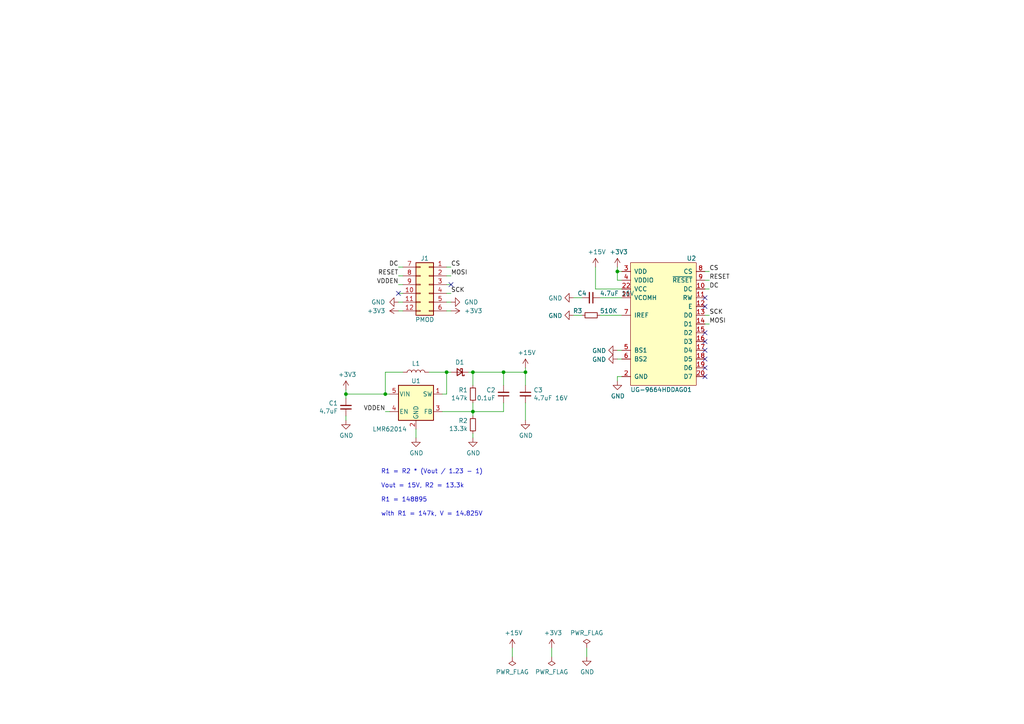
<source format=kicad_sch>
(kicad_sch (version 20230121) (generator eeschema)
  (paper "A4")
  (lib_symbols
    (symbol "Connector_Generic:Conn_02x06_Top_Bottom" (pin_names (offset 1.016) hide)
      (property "Reference" "J" (at 1.27 7.62 0))
      (property "Value" "Conn_02x06_Top_Bottom" (at 1.27 -10.16 0))
      (symbol "Conn_02x06_Top_Bottom_1_1"
        (rectangle (start -1.27 -7.493) (end 0 -7.747) (stroke (width 0.1524)))
        (rectangle (start -1.27 -4.953) (end 0 -5.207) (stroke (width 0.1524)))
        (rectangle (start -1.27 -2.413) (end 0 -2.667) (stroke (width 0.1524)))
        (rectangle (start -1.27 0.127) (end 0 -0.127) (stroke (width 0.1524)))
        (rectangle (start -1.27 2.667) (end 0 2.413) (stroke (width 0.1524)))
        (rectangle (start -1.27 5.207) (end 0 4.953) (stroke (width 0.1524)))
        (rectangle (start -1.27 6.35) (end 3.81 -8.89) (stroke (width 0.254)) (fill (type background)))
        (rectangle (start 3.81 -7.493) (end 2.54 -7.747) (stroke (width 0.1524)))
        (rectangle (start 3.81 -4.953) (end 2.54 -5.207) (stroke (width 0.1524)))
        (rectangle (start 3.81 -2.413) (end 2.54 -2.667) (stroke (width 0.1524)))
        (rectangle (start 3.81 0.127) (end 2.54 -0.127) (stroke (width 0.1524)))
        (rectangle (start 3.81 2.667) (end 2.54 2.413) (stroke (width 0.1524)))
        (rectangle (start 3.81 5.207) (end 2.54 4.953) (stroke (width 0.1524)))
        (pin passive line (at -5.08 5.08 0) (length 3.81) (name "Pin_1") (number "1"))
        (pin passive line (at 7.62 -2.54 180) (length 3.81) (name "Pin_10") (number "10"))
        (pin passive line (at 7.62 -5.08 180) (length 3.81) (name "Pin_11") (number "11"))
        (pin passive line (at 7.62 -7.62 180) (length 3.81) (name "Pin_12") (number "12"))
        (pin passive line (at -5.08 2.54 0) (length 3.81) (name "Pin_2") (number "2"))
        (pin passive line (at -5.08 0 0) (length 3.81) (name "Pin_3") (number "3"))
        (pin passive line (at -5.08 -2.54 0) (length 3.81) (name "Pin_4") (number "4"))
        (pin passive line (at -5.08 -5.08 0) (length 3.81) (name "Pin_5") (number "5"))
        (pin passive line (at -5.08 -7.62 0) (length 3.81) (name "Pin_6") (number "6"))
        (pin passive line (at 7.62 5.08 180) (length 3.81) (name "Pin_7") (number "7"))
        (pin passive line (at 7.62 2.54 180) (length 3.81) (name "Pin_8") (number "8"))
        (pin passive line (at 7.62 0 180) (length 3.81) (name "Pin_9") (number "9"))
      )
    )
    (symbol "Device:C_Small" (pin_numbers hide) (pin_names (offset 0.254) hide)
      (property "Reference" "C" (at 0.254 1.778 0))
      (property "Value" "C_Small" (at 0.254 -2.032 0))
      (symbol "C_Small_0_1"
        (polyline (pts (xy -1.524 -0.508) (xy 1.524 -0.508)) (stroke (width 0.3302)))
        (polyline (pts (xy -1.524 0.508) (xy 1.524 0.508)) (stroke (width 0.3048)))
      )
      (symbol "C_Small_1_1"
        (pin passive line (at 0 2.54 270) (length 2.032) (name "~") (number "1"))
        (pin passive line (at 0 -2.54 90) (length 2.032) (name "~") (number "2"))
      )
    )
    (symbol "Device:D_Schottky_Small" (pin_numbers hide) (pin_names (offset 0.254) hide)
      (property "Reference" "D" (at -1.27 2.032 0))
      (property "Value" "D_Schottky_Small" (at -7.112 -2.032 0))
      (symbol "D_Schottky_Small_0_1"
        (polyline (pts (xy -0.762 0) (xy 0.762 0)))
        (polyline (pts (xy 0.762 -1.016) (xy -0.762 0) (xy 0.762 1.016) (xy 0.762 -1.016)) (stroke (width 0.254)))
        (polyline (pts (xy -1.27 0.762) (xy -1.27 1.016) (xy -0.762 1.016) (xy -0.762 -1.016) (xy -0.254 -1.016) (xy -0.254 -0.762)) (stroke (width 0.254)))
      )
      (symbol "D_Schottky_Small_1_1"
        (pin passive line (at -2.54 0 0) (length 1.778) (name "K") (number "1"))
        (pin passive line (at 2.54 0 180) (length 1.778) (name "A") (number "2"))
      )
    )
    (symbol "Device:L" (pin_numbers hide) (pin_names (offset 1.016) hide)
      (property "Reference" "L" (at -1.27 0 90))
      (property "Value" "L" (at 1.905 0 90))
      (symbol "L_0_1"
        (arc (start 0 -2.54) (mid 0.6323 -1.905) (end 0 -1.27))
        (arc (start 0 -1.27) (mid 0.6323 -0.635) (end 0 0))
        (arc (start 0 0) (mid 0.6323 0.635) (end 0 1.27))
        (arc (start 0 1.27) (mid 0.6323 1.905) (end 0 2.54))
      )
      (symbol "L_1_1"
        (pin passive line (at 0 3.81 270) (length 1.27) (name "1") (number "1"))
        (pin passive line (at 0 -3.81 90) (length 1.27) (name "2") (number "2"))
      )
    )
    (symbol "Device:R_Small" (pin_numbers hide) (pin_names (offset 0.254) hide)
      (property "Reference" "R" (at 0.762 0.508 0))
      (property "Value" "R_Small" (at 0.762 -1.016 0))
      (symbol "R_Small_0_1"
        (rectangle (start -0.762 1.778) (end 0.762 -1.778) (stroke (width 0.2032)))
      )
      (symbol "R_Small_1_1"
        (pin passive line (at 0 2.54 270) (length 0.762) (name "~") (number "1"))
        (pin passive line (at 0 -2.54 90) (length 0.762) (name "~") (number "2"))
      )
    )
    (symbol "Display_Graphic_Extra:UG-9664HDDAG01" (pin_names (offset 1.016))
      (property "Reference" "U" (at 10.16 19.05 0))
      (property "Value" "UG-9664HDDAG01" (at 0 -19.05 0))
      (symbol "UG-9664HDDAG01_0_1"
        (rectangle (start -8.89 17.78) (end 10.16 -17.78) (fill (type background)))
      )
      (symbol "UG-9664HDDAG01_1_1"
        (pin no_connect line (at -11.43 -1.27 0) (length 2.54) hide (name "~") (number "1"))
        (pin input line (at 12.7 10.16 180) (length 2.54) (name "DC") (number "10"))
        (pin bidirectional line (at 12.7 7.62 180) (length 2.54) (name "RW") (number "11"))
        (pin bidirectional line (at 12.7 5.08 180) (length 2.54) (name "E") (number "12"))
        (pin bidirectional line (at 12.7 2.54 180) (length 2.54) (name "D0") (number "13"))
        (pin bidirectional line (at 12.7 0 180) (length 2.54) (name "D1") (number "14"))
        (pin bidirectional line (at 12.7 -2.54 180) (length 2.54) (name "D2") (number "15"))
        (pin bidirectional line (at 12.7 -5.08 180) (length 2.54) (name "D3") (number "16"))
        (pin bidirectional line (at 12.7 -7.62 180) (length 2.54) (name "D4") (number "17"))
        (pin bidirectional line (at 12.7 -10.16 180) (length 2.54) (name "D5") (number "18"))
        (pin bidirectional line (at 12.7 -12.7 180) (length 2.54) (name "D6") (number "19"))
        (pin power_in line (at -11.43 -15.24 0) (length 2.54) (name "GND") (number "2"))
        (pin bidirectional line (at 12.7 -15.24 180) (length 2.54) (name "D7") (number "20"))
        (pin input line (at -11.43 7.62 0) (length 2.54) (name "VCOMH") (number "21"))
        (pin power_in line (at -11.43 10.16 0) (length 2.54) (name "VCC") (number "22"))
        (pin no_connect line (at -11.43 -3.81 0) (length 2.54) hide (name "~") (number "23"))
        (pin power_in line (at -11.43 15.24 0) (length 2.54) (name "VDD") (number "3"))
        (pin power_in line (at -11.43 12.7 0) (length 2.54) (name "VDDIO") (number "4"))
        (pin input line (at -11.43 -7.62 0) (length 2.54) (name "BS1") (number "5"))
        (pin input line (at -11.43 -10.16 0) (length 2.54) (name "BS2") (number "6"))
        (pin bidirectional line (at -11.43 2.54 0) (length 2.54) (name "IREF") (number "7"))
        (pin input line (at 12.7 15.24 180) (length 2.54) (name "CS") (number "8"))
        (pin input line (at 12.7 12.7 180) (length 2.54) (name "~{RESET}") (number "9"))
      )
    )
    (symbol "Regulator_Switching:LMR62014XMF" (pin_names (offset 0.254))
      (property "Reference" "U" (at -5.08 6.35 0))
      (property "Value" "LMR62014XMF" (at 0 6.35 0))
      (symbol "LMR62014XMF_0_1"
        (rectangle (start -5.08 5.08) (end 5.08 -5.08) (stroke (width 0.254)) (fill (type background)))
      )
      (symbol "LMR62014XMF_1_1"
        (pin output line (at 7.62 2.54 180) (length 2.54) (name "SW") (number "1"))
        (pin power_in line (at 0 -7.62 90) (length 2.54) (name "GND") (number "2"))
        (pin input line (at 7.62 -2.54 180) (length 2.54) (name "FB") (number "3"))
        (pin input line (at -7.62 -2.54 0) (length 2.54) (name "EN") (number "4"))
        (pin input line (at -7.62 2.54 0) (length 2.54) (name "VIN") (number "5"))
      )
    )
    (symbol "power:+15V" (power) (pin_names (offset 0))
      (property "Value" "+15V" (at 0 3.556 0))
      (symbol "+15V_0_1"
        (polyline (pts (xy -0.762 1.27) (xy 0 2.54)))
        (polyline (pts (xy 0 0) (xy 0 2.54)))
        (polyline (pts (xy 0 2.54) (xy 0.762 1.27)))
      )
      (symbol "+15V_1_1"
        (pin power_in line (at 0 0 90) (length 0) hide (name "+15V") (number "1"))
      )
    )
    (symbol "power:+3V3" (power) (pin_names (offset 0))
      (property "Value" "+3V3" (at 0 3.556 0))
      (symbol "+3V3_0_1"
        (polyline (pts (xy -0.762 1.27) (xy 0 2.54)))
        (polyline (pts (xy 0 0) (xy 0 2.54)))
        (polyline (pts (xy 0 2.54) (xy 0.762 1.27)))
      )
      (symbol "+3V3_1_1"
        (pin power_in line (at 0 0 90) (length 0) hide (name "+3V3") (number "1"))
      )
    )
    (symbol "power:GND" (power) (pin_names (offset 0))
      (property "Value" "GND" (at 0 -3.81 0))
      (symbol "GND_0_1"
        (polyline (pts (xy 0 0) (xy 0 -1.27) (xy 1.27 -1.27) (xy 0 -2.54) (xy -1.27 -1.27) (xy 0 -1.27)))
      )
      (symbol "GND_1_1"
        (pin power_in line (at 0 0 270) (length 0) hide (name "GND") (number "1"))
      )
    )
    (symbol "power:PWR_FLAG" (power) (pin_numbers hide) (pin_names (offset 0) hide)
      (property "Value" "PWR_FLAG" (at 0 3.81 0))
      (symbol "PWR_FLAG_0_0"
        (pin power_out line (at 0 0 90) (length 0) (name "pwr") (number "1"))
      )
      (symbol "PWR_FLAG_0_1"
        (polyline (pts (xy 0 0) (xy 0 1.27) (xy -1.016 1.905) (xy 0 2.54) (xy 1.016 1.905) (xy 0 1.27)))
      )
    )
    (symbol "rgb_oled_0.95in-rescue:+3.3V-power" (power) (pin_names (offset 0))
      (property "Value" "+3.3V-power" (at 0 3.556 0))
      (symbol "+3.3V-power_0_1"
        (polyline (pts (xy -0.762 1.27) (xy 0 2.54)))
        (polyline (pts (xy 0 0) (xy 0 2.54)))
        (polyline (pts (xy 0 2.54) (xy 0.762 1.27)))
      )
      (symbol "+3.3V-power_1_1"
        (pin power_in line (at 0 0 90) (length 0) hide (name "+3V3") (number "1"))
      )
    )
  )
  (junction (at 129.54 107.95))
  (junction (at 146.05 107.95))
  (junction (at 137.16 119.38))
  (junction (at 179.07 78.74))
  (junction (at 137.16 107.95))
  (junction (at 111.76 114.3))
  (junction (at 152.4 107.95))
  (junction (at 100.33 114.3))
  (no_connect (at 204.47 104.14))
  (no_connect (at 204.47 88.9))
  (no_connect (at 204.47 99.06))
  (no_connect (at 204.47 101.6))
  (no_connect (at 204.47 106.68))
  (no_connect (at 204.47 109.22))
  (no_connect (at 204.47 96.52))
  (no_connect (at 130.81 82.55))
  (no_connect (at 204.47 86.36))
  (no_connect (at 115.57 85.09))
  (wire (pts (xy 129.54 77.47) (xy 130.81 77.47)))
  (wire (pts (xy 160.02 187.96) (xy 160.02 190.5)))
  (wire (pts (xy 146.05 111.76) (xy 146.05 107.95)))
  (wire (pts (xy 204.47 83.82) (xy 205.74 83.82)))
  (wire (pts (xy 100.33 114.3) (xy 100.33 115.57)))
  (wire (pts (xy 148.59 187.96) (xy 148.59 190.5)))
  (wire (pts (xy 179.07 81.28) (xy 179.07 78.74)))
  (wire (pts (xy 129.54 85.09) (xy 130.81 85.09)))
  (wire (pts (xy 129.54 82.55) (xy 130.81 82.55)))
  (wire (pts (xy 116.84 82.55) (xy 115.57 82.55)))
  (wire (pts (xy 116.84 85.09) (xy 115.57 85.09)))
  (wire (pts (xy 180.34 104.14) (xy 179.07 104.14)))
  (wire (pts (xy 124.46 107.95) (xy 129.54 107.95)))
  (wire (pts (xy 120.65 124.46) (xy 120.65 127)))
  (wire (pts (xy 137.16 116.84) (xy 137.16 119.38)))
  (wire (pts (xy 116.84 90.17) (xy 115.57 90.17)))
  (wire (pts (xy 137.16 107.95) (xy 146.05 107.95)))
  (wire (pts (xy 128.27 119.38) (xy 137.16 119.38)))
  (wire (pts (xy 137.16 119.38) (xy 137.16 120.65)))
  (wire (pts (xy 129.54 90.17) (xy 130.81 90.17)))
  (wire (pts (xy 137.16 125.73) (xy 137.16 127)))
  (wire (pts (xy 111.76 107.95) (xy 116.84 107.95)))
  (wire (pts (xy 116.84 77.47) (xy 115.57 77.47)))
  (wire (pts (xy 168.91 91.44) (xy 166.37 91.44)))
  (wire (pts (xy 180.34 109.22) (xy 179.07 109.22)))
  (wire (pts (xy 179.07 78.74) (xy 179.07 77.47)))
  (wire (pts (xy 146.05 107.95) (xy 152.4 107.95)))
  (wire (pts (xy 111.76 114.3) (xy 100.33 114.3)))
  (wire (pts (xy 116.84 87.63) (xy 115.57 87.63)))
  (wire (pts (xy 172.72 77.47) (xy 172.72 83.82)))
  (wire (pts (xy 100.33 120.65) (xy 100.33 121.92)))
  (wire (pts (xy 168.91 86.36) (xy 166.37 86.36)))
  (wire (pts (xy 113.03 114.3) (xy 111.76 114.3)))
  (wire (pts (xy 111.76 114.3) (xy 111.76 107.95)))
  (wire (pts (xy 204.47 81.28) (xy 205.74 81.28)))
  (wire (pts (xy 152.4 107.95) (xy 152.4 111.76)))
  (wire (pts (xy 129.54 80.01) (xy 130.81 80.01)))
  (wire (pts (xy 204.47 78.74) (xy 205.74 78.74)))
  (wire (pts (xy 129.54 87.63) (xy 130.81 87.63)))
  (wire (pts (xy 204.47 91.44) (xy 205.74 91.44)))
  (wire (pts (xy 137.16 119.38) (xy 146.05 119.38)))
  (wire (pts (xy 113.03 119.38) (xy 111.76 119.38)))
  (wire (pts (xy 180.34 86.36) (xy 173.99 86.36)))
  (wire (pts (xy 180.34 101.6) (xy 179.07 101.6)))
  (wire (pts (xy 100.33 114.3) (xy 100.33 113.03)))
  (wire (pts (xy 170.18 190.5) (xy 170.18 187.96)))
  (wire (pts (xy 180.34 91.44) (xy 173.99 91.44)))
  (wire (pts (xy 152.4 116.84) (xy 152.4 121.92)))
  (wire (pts (xy 152.4 107.95) (xy 152.4 106.68)))
  (wire (pts (xy 129.54 114.3) (xy 129.54 107.95)))
  (wire (pts (xy 204.47 93.98) (xy 205.74 93.98)))
  (wire (pts (xy 137.16 107.95) (xy 137.16 111.76)))
  (wire (pts (xy 180.34 81.28) (xy 179.07 81.28)))
  (wire (pts (xy 129.54 107.95) (xy 130.81 107.95)))
  (wire (pts (xy 180.34 78.74) (xy 179.07 78.74)))
  (wire (pts (xy 146.05 119.38) (xy 146.05 116.84)))
  (wire (pts (xy 116.84 80.01) (xy 115.57 80.01)))
  (wire (pts (xy 128.27 114.3) (xy 129.54 114.3)))
  (wire (pts (xy 172.72 83.82) (xy 180.34 83.82)))
  (wire (pts (xy 179.07 109.22) (xy 179.07 110.49)))
  (wire (pts (xy 135.89 107.95) (xy 137.16 107.95)))
  (text "R1 = R2 * (Vout / 1.23 - 1)\n\nVout = 15V, R2 = 13.3k\n\nR1 = 148895\n\nwith R1 = 147k, V = 14.825V\n" (at 110.49 149.86 0) (effects (font (size 1.27 1.27)) (justify left bottom)))
  (label "DC" (at 115.57 77.47 180))
  (label "RESET" (at 205.74 81.28 0))
  (label "MOSI" (at 205.74 93.98 0))
  (label "RESET" (at 115.57 80.01 180))
  (label "SCK" (at 130.81 85.09 0))
  (label "DC" (at 205.74 83.82 0))
  (label "CS" (at 205.74 78.74 0))
  (label "MOSI" (at 130.81 80.01 0))
  (label "VDDEN" (at 115.57 82.55 180))
  (label "CS" (at 130.81 77.47 0))
  (label "SCK" (at 205.74 91.44 0))
  (label "VDDEN" (at 111.76 119.38 180))
  (symbol (lib_id "Connector_Generic:Conn_02x06_Top_Bottom") (at 124.46 82.55 0) (mirror y) (unit 1)
    (property "Reference" "J1" (at 123.19 74.93 0))
    (property "Value" "PMOD" (at 123.19 92.71 0))
    (property "Footprint" "Connector_PinHeader_2.54mm_Extra:PMODHeader_2x06_P2.54mm_Horizontal" (effects hide))
  )
  (symbol (lib_id "power:GND") (at 130.81 87.63 90) (unit 1)
    (property "Reference" "#PWR06" (effects hide))
    (property "Value" "GND" (at 134.62 87.63 90) (effects (justify right)))
  )
  (symbol (lib_id "power:GND") (at 115.57 87.63 270) (unit 1)
    (property "Reference" "#PWR03" (effects hide))
    (property "Value" "GND" (at 111.76 87.63 90) (effects (justify right)))
  )
  (symbol (lib_id "power:+3V3") (at 130.81 90.17 270) (unit 1)
    (property "Reference" "#PWR07" (effects hide))
    (property "Value" "+3V3" (at 134.62 90.17 90) (effects (justify left)))
  )
  (symbol (lib_id "power:+3V3") (at 115.57 90.17 90) (unit 1)
    (property "Reference" "#PWR04" (effects hide))
    (property "Value" "+3V3" (at 111.76 90.17 90) (effects (justify left)))
  )
  (symbol (lib_id "Regulator_Switching:LMR62014XMF") (at 120.65 116.84 0) (unit 1)
    (property "Reference" "U1" (at 120.65 110.49 0))
    (property "Value" "LMR62014" (at 113.03 124.46 0))
    (property "Footprint" "Package_TO_SOT_SMD:SOT-23-5" (effects hide))
    (property "Datasheet" "http://www.ti.com/lit/ds/symlink/lmr62014.pdf" (effects hide))
  )
  (symbol (lib_id "power:GND") (at 120.65 127 0) (unit 1)
    (property "Reference" "#PWR05" (effects hide))
    (property "Value" "GND" (at 120.777 131.3942 0))
  )
  (symbol (lib_id "rgb_oled_0.95in-rescue:+3.3V-power") (at 100.33 113.03 0) (unit 1)
    (property "Reference" "#PWR01" (effects hide))
    (property "Value" "+3.3V" (at 100.711 108.6358 0))
  )
  (symbol (lib_id "Device:C_Small") (at 100.33 118.11 0) (mirror x) (unit 1)
    (property "Reference" "C1" (at 98.0186 116.9416 0) (effects (justify right)))
    (property "Value" "4.7uF" (at 98.0186 119.253 0) (effects (justify right)))
    (property "Footprint" "Capacitor_SMD:C_0603_1608Metric" (effects hide))
  )
  (symbol (lib_id "power:GND") (at 100.33 121.92 0) (unit 1)
    (property "Reference" "#PWR02" (effects hide))
    (property "Value" "GND" (at 100.457 126.3142 0))
  )
  (symbol (lib_id "Device:L") (at 120.65 107.95 90) (unit 1)
    (property "Reference" "L1" (at 120.65 105.4354 90))
    (property "Value" "10uH, 0.48A" (effects hide))
    (property "Footprint" "Inductor_SMD:L_1210_3225Metric" (effects hide))
    (property "Datasheet" "https://datasheet.lcsc.com/szlcsc/Taiyo-Yuden-CBC2518T100M_C92979.pdf" (effects hide))
  )
  (symbol (lib_id "Device:D_Schottky_Small") (at 133.35 107.95 180) (unit 1)
    (property "Reference" "D1" (at 133.35 105.0798 0))
    (property "Value" "MBR0520LT1G" (effects hide))
    (property "Footprint" "Diode_SMD:D_SOD-123" (effects hide))
    (property "Datasheet" "https://www.onsemi.com/pub/Collateral/MBR0520LT1-D.PDF" (effects hide))
  )
  (symbol (lib_id "Device:R_Small") (at 137.16 114.3 0) (mirror x) (unit 1)
    (property "Reference" "R1" (at 135.6868 113.1316 0) (effects (justify right)))
    (property "Value" "147k" (at 135.6868 115.443 0) (effects (justify right)))
    (property "Footprint" "Capacitor_SMD:C_0603_1608Metric" (effects hide))
  )
  (symbol (lib_id "Device:R_Small") (at 137.16 123.19 0) (mirror x) (unit 1)
    (property "Reference" "R2" (at 135.6868 122.0216 0) (effects (justify right)))
    (property "Value" "13.3k" (at 135.6868 124.333 0) (effects (justify right)))
    (property "Footprint" "Capacitor_SMD:C_0603_1608Metric" (effects hide))
  )
  (symbol (lib_id "power:GND") (at 137.16 127 0) (unit 1)
    (property "Reference" "#PWR08" (effects hide))
    (property "Value" "GND" (at 137.287 131.3942 0))
  )
  (symbol (lib_id "Device:C_Small") (at 146.05 114.3 0) (mirror x) (unit 1)
    (property "Reference" "C2" (at 143.7386 113.1316 0) (effects (justify right)))
    (property "Value" "0.1uF" (at 143.7386 115.443 0) (effects (justify right)))
    (property "Footprint" "Capacitor_SMD:C_0603_1608Metric" (effects hide))
  )
  (symbol (lib_id "Device:C_Small") (at 152.4 114.3 0) (unit 1)
    (property "Reference" "C3" (at 154.7368 113.1316 0) (effects (justify left)))
    (property "Value" "4.7uF 16V" (at 154.7368 115.443 0) (effects (justify left)))
    (property "Footprint" "Capacitor_SMD:C_1206_3216Metric" (effects hide))
  )
  (symbol (lib_id "power:GND") (at 152.4 121.92 0) (unit 1)
    (property "Reference" "#PWR010" (effects hide))
    (property "Value" "GND" (at 152.527 126.3142 0))
  )
  (symbol (lib_id "power:+15V") (at 152.4 106.68 0) (unit 1)
    (property "Reference" "#PWR09" (effects hide))
    (property "Value" "+15V" (at 152.781 102.2858 0))
  )
  (symbol (lib_id "Display_Graphic_Extra:UG-9664HDDAG01") (at 191.77 93.98 0) (unit 1)
    (property "Reference" "U2" (at 201.93 74.93 0) (effects (justify right)))
    (property "Value" "UG-9664HDDAG01" (at 191.77 113.03 0))
    (property "Footprint" "Display_Graphics_Extra:UG-9664HDDAG01" (effects hide))
  )
  (symbol (lib_id "power:GND") (at 179.07 110.49 0) (unit 1)
    (property "Reference" "#PWR017" (effects hide))
    (property "Value" "GND" (at 179.197 114.8842 0))
  )
  (symbol (lib_id "power:GND") (at 179.07 101.6 270) (unit 1)
    (property "Reference" "#PWR015" (effects hide))
    (property "Value" "GND" (at 175.8188 101.727 90) (effects (justify right)))
  )
  (symbol (lib_id "power:GND") (at 179.07 104.14 270) (unit 1)
    (property "Reference" "#PWR016" (effects hide))
    (property "Value" "GND" (at 175.8188 104.267 90) (effects (justify right)))
  )
  (symbol (lib_id "Device:R_Small") (at 171.45 91.44 90) (unit 1)
    (property "Reference" "R3" (at 168.91 90.17 90) (effects (justify left)))
    (property "Value" "510K" (at 173.99 90.17 90) (effects (justify right)))
    (property "Footprint" "Capacitor_SMD:C_0603_1608Metric" (effects hide))
  )
  (symbol (lib_id "power:GND") (at 166.37 91.44 270) (unit 1)
    (property "Reference" "#PWR012" (effects hide))
    (property "Value" "GND" (at 163.1188 91.567 90) (effects (justify right)))
  )
  (symbol (lib_id "rgb_oled_0.95in-rescue:+3.3V-power") (at 179.07 77.47 0) (unit 1)
    (property "Reference" "#PWR014" (effects hide))
    (property "Value" "+3.3V" (at 179.451 73.0758 0))
  )
  (symbol (lib_id "Device:C_Small") (at 171.45 86.36 270) (unit 1)
    (property "Reference" "C4" (at 170.18 85.09 90) (effects (justify right)))
    (property "Value" "4.7uF 16V" (at 173.99 85.09 90) (effects (justify left)))
    (property "Footprint" "Capacitor_SMD:C_1206_3216Metric" (effects hide))
  )
  (symbol (lib_id "power:GND") (at 166.37 86.36 270) (unit 1)
    (property "Reference" "#PWR011" (effects hide))
    (property "Value" "GND" (at 163.1188 86.487 90) (effects (justify right)))
  )
  (symbol (lib_id "power:+15V") (at 172.72 77.47 0) (unit 1)
    (property "Reference" "#PWR013" (effects hide))
    (property "Value" "+15V" (at 173.101 73.0758 0))
  )
  (symbol (lib_id "power:+15V") (at 148.59 187.96 0) (unit 1)
    (property "Reference" "#PWR0101" (effects hide))
    (property "Value" "+15V" (at 148.971 183.5658 0))
  )
  (symbol (lib_id "rgb_oled_0.95in-rescue:+3.3V-power") (at 160.02 187.96 0) (unit 1)
    (property "Reference" "#PWR0102" (effects hide))
    (property "Value" "+3.3V" (at 160.401 183.5658 0))
  )
  (symbol (lib_id "power:GND") (at 170.18 190.5 0) (unit 1)
    (property "Reference" "#PWR0103" (effects hide))
    (property "Value" "GND" (at 170.307 194.8942 0))
  )
  (symbol (lib_id "power:PWR_FLAG") (at 170.18 187.96 0) (unit 1)
    (property "Reference" "#FLG0101" (effects hide))
    (property "Value" "PWR_FLAG" (at 170.18 183.5658 0))
  )
  (symbol (lib_id "power:PWR_FLAG") (at 160.02 190.5 180) (unit 1)
    (property "Reference" "#FLG0102" (effects hide))
    (property "Value" "PWR_FLAG" (at 160.02 194.8942 0))
  )
  (symbol (lib_id "power:PWR_FLAG") (at 148.59 190.5 180) (unit 1)
    (property "Reference" "#FLG0103" (effects hide))
    (property "Value" "PWR_FLAG" (at 148.59 194.8942 0))
  )
)
</source>
